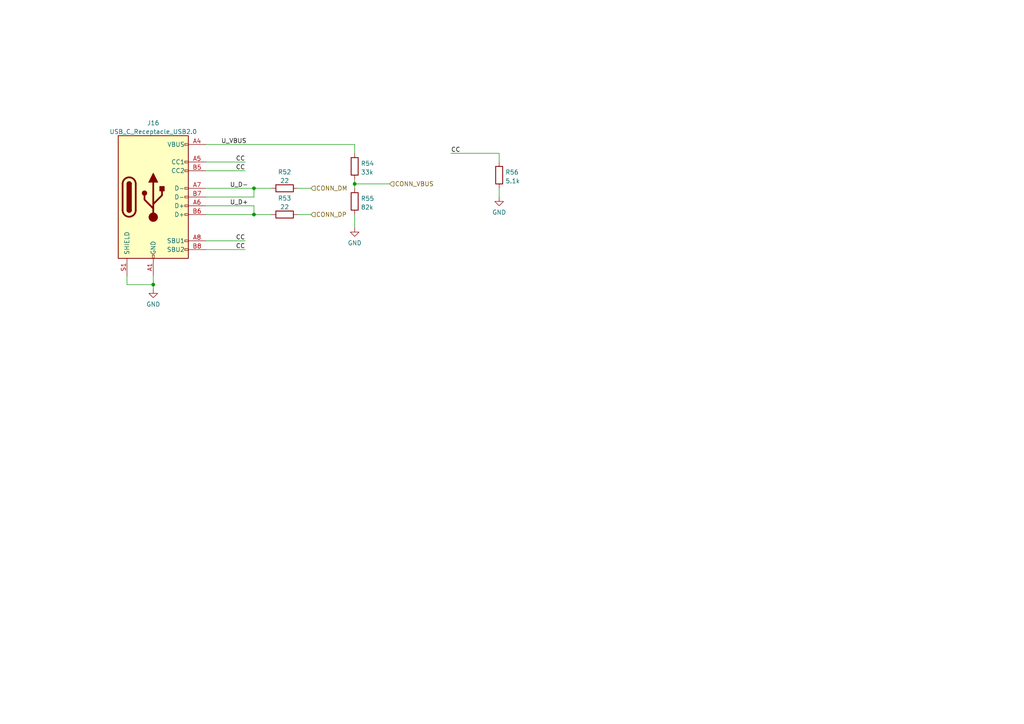
<source format=kicad_sch>
(kicad_sch (version 20211123) (generator eeschema)
  (paper "A4")
  (lib_symbols
    (symbol "Connector:USB_C_Receptacle_USB2.0" (pin_names (offset 1.016))
      (property "Reference" "J" (at -10.16 19.05 0))
      (property "Value" "USB_C_Receptacle_USB2.0" (at 19.05 19.05 0))
      (symbol "USB_C_Receptacle_USB2.0_0_0"
        (rectangle (start -0.254 -17.78) (end 0.254 -16.764))
        (rectangle (start 10.16 -14.986) (end 9.144 -15.494))
        (rectangle (start 10.16 -12.446) (end 9.144 -12.954))
        (rectangle (start 10.16 -4.826) (end 9.144 -5.334))
        (rectangle (start 10.16 -2.286) (end 9.144 -2.794))
        (rectangle (start 10.16 0.254) (end 9.144 -0.254))
        (rectangle (start 10.16 2.794) (end 9.144 2.286))
        (rectangle (start 10.16 7.874) (end 9.144 7.366))
        (rectangle (start 10.16 10.414) (end 9.144 9.906))
        (rectangle (start 10.16 15.494) (end 9.144 14.986))
      )
      (symbol "USB_C_Receptacle_USB2.0_0_1"
        (rectangle (start -10.16 17.78) (end 10.16 -17.78) (stroke (width 0.254)) (fill (type background)))
        (arc (start -8.89 -3.81) (mid -6.985 -5.715) (end -5.08 -3.81) (stroke (width 0.508)))
        (arc (start -7.62 -3.81) (mid -6.985 -4.445) (end -6.35 -3.81) (stroke (width 0.254)))
        (arc (start -7.62 -3.81) (mid -6.985 -4.445) (end -6.35 -3.81) (stroke (width 0.254)) (fill (type outline)))
        (rectangle (start -7.62 -3.81) (end -6.35 3.81) (stroke (width 0.254)) (fill (type outline)))
        (arc (start -6.35 3.81) (mid -6.985 4.445) (end -7.62 3.81) (stroke (width 0.254)))
        (arc (start -6.35 3.81) (mid -6.985 4.445) (end -7.62 3.81) (stroke (width 0.254)) (fill (type outline)))
        (arc (start -5.08 3.81) (mid -6.985 5.715) (end -8.89 3.81) (stroke (width 0.508)))
        (circle (center -2.54 1.143) (radius 0.635) (stroke (width 0.254)) (fill (type outline)))
        (circle (center 0 -5.842) (radius 1.27) (fill (type outline)))
        (polyline (pts (xy -8.89 -3.81) (xy -8.89 3.81)) (stroke (width 0.508)))
        (polyline (pts (xy -5.08 3.81) (xy -5.08 -3.81)) (stroke (width 0.508)))
        (polyline (pts (xy 0 -5.842) (xy 0 4.318)) (stroke (width 0.508)))
        (polyline (pts (xy 0 -3.302) (xy -2.54 -0.762) (xy -2.54 0.508)) (stroke (width 0.508)))
        (polyline (pts (xy 0 -2.032) (xy 2.54 0.508) (xy 2.54 1.778)) (stroke (width 0.508)))
        (polyline (pts (xy -1.27 4.318) (xy 0 6.858) (xy 1.27 4.318) (xy -1.27 4.318)) (stroke (width 0.254)) (fill (type outline)))
        (rectangle (start 1.905 1.778) (end 3.175 3.048) (stroke (width 0.254)) (fill (type outline)))
      )
      (symbol "USB_C_Receptacle_USB2.0_1_1"
        (pin passive line (at 0 -22.86 90) (length 5.08) (name "GND") (number "A1"))
        (pin passive line (at 0 -22.86 90) (length 5.08) hide (name "GND") (number "A12"))
        (pin passive line (at 15.24 15.24 180) (length 5.08) (name "VBUS") (number "A4"))
        (pin bidirectional line (at 15.24 10.16 180) (length 5.08) (name "CC1") (number "A5"))
        (pin bidirectional line (at 15.24 -2.54 180) (length 5.08) (name "D+") (number "A6"))
        (pin bidirectional line (at 15.24 2.54 180) (length 5.08) (name "D-") (number "A7"))
        (pin bidirectional line (at 15.24 -12.7 180) (length 5.08) (name "SBU1") (number "A8"))
        (pin passive line (at 15.24 15.24 180) (length 5.08) hide (name "VBUS") (number "A9"))
        (pin passive line (at 0 -22.86 90) (length 5.08) hide (name "GND") (number "B1"))
        (pin passive line (at 0 -22.86 90) (length 5.08) hide (name "GND") (number "B12"))
        (pin passive line (at 15.24 15.24 180) (length 5.08) hide (name "VBUS") (number "B4"))
        (pin bidirectional line (at 15.24 7.62 180) (length 5.08) (name "CC2") (number "B5"))
        (pin bidirectional line (at 15.24 -5.08 180) (length 5.08) (name "D+") (number "B6"))
        (pin bidirectional line (at 15.24 0 180) (length 5.08) (name "D-") (number "B7"))
        (pin bidirectional line (at 15.24 -15.24 180) (length 5.08) (name "SBU2") (number "B8"))
        (pin passive line (at 15.24 15.24 180) (length 5.08) hide (name "VBUS") (number "B9"))
        (pin passive line (at -7.62 -22.86 90) (length 5.08) (name "SHIELD") (number "S1"))
      )
    )
    (symbol "Device:R" (pin_numbers hide) (pin_names (offset 0))
      (property "Reference" "R" (at 2.032 0 90))
      (property "Value" "R" (at 0 0 90))
      (symbol "R_0_1"
        (rectangle (start -1.016 -2.54) (end 1.016 2.54) (stroke (width 0.254)))
      )
      (symbol "R_1_1"
        (pin passive line (at 0 3.81 270) (length 1.27) (name "~") (number "1"))
        (pin passive line (at 0 -3.81 90) (length 1.27) (name "~") (number "2"))
      )
    )
    (symbol "power:GND" (power) (pin_names (offset 0))
      (property "Value" "GND" (at 0 -3.81 0))
      (symbol "GND_0_1"
        (polyline (pts (xy 0 0) (xy 0 -1.27) (xy 1.27 -1.27) (xy 0 -2.54) (xy -1.27 -1.27) (xy 0 -1.27)))
      )
      (symbol "GND_1_1"
        (pin power_in line (at 0 0 270) (length 0) hide (name "GND") (number "1"))
      )
    )
  )
  (junction (at 73.66 62.23))
  (junction (at 44.45 82.55))
  (junction (at 73.66 54.61))
  (junction (at 102.87 53.34))
  (wire (pts (xy 102.87 53.34) (xy 113.03 53.34)))
  (wire (pts (xy 59.69 62.23) (xy 73.66 62.23)))
  (wire (pts (xy 59.69 46.99) (xy 71.12 46.99)))
  (wire (pts (xy 44.45 82.55) (xy 44.45 83.82)))
  (wire (pts (xy 86.36 62.23) (xy 90.17 62.23)))
  (wire (pts (xy 86.36 54.61) (xy 90.17 54.61)))
  (wire (pts (xy 102.87 62.23) (xy 102.87 66.04)))
  (wire (pts (xy 36.83 82.55) (xy 44.45 82.55)))
  (wire (pts (xy 73.66 57.15) (xy 73.66 54.61)))
  (wire (pts (xy 59.69 72.39) (xy 71.12 72.39)))
  (wire (pts (xy 102.87 52.07) (xy 102.87 53.34)))
  (wire (pts (xy 36.83 80.01) (xy 36.83 82.55)))
  (wire (pts (xy 102.87 41.91) (xy 102.87 44.45)))
  (wire (pts (xy 102.87 53.34) (xy 102.87 54.61)))
  (wire (pts (xy 59.69 54.61) (xy 73.66 54.61)))
  (wire (pts (xy 144.78 54.61) (xy 144.78 57.15)))
  (wire (pts (xy 59.69 59.69) (xy 73.66 59.69)))
  (wire (pts (xy 59.69 69.85) (xy 71.12 69.85)))
  (wire (pts (xy 73.66 59.69) (xy 73.66 62.23)))
  (wire (pts (xy 59.69 41.91) (xy 102.87 41.91)))
  (wire (pts (xy 59.69 49.53) (xy 71.12 49.53)))
  (wire (pts (xy 44.45 80.01) (xy 44.45 82.55)))
  (wire (pts (xy 130.81 44.45) (xy 144.78 44.45)))
  (wire (pts (xy 144.78 44.45) (xy 144.78 46.99)))
  (wire (pts (xy 73.66 54.61) (xy 78.74 54.61)))
  (wire (pts (xy 59.69 57.15) (xy 73.66 57.15)))
  (wire (pts (xy 73.66 62.23) (xy 78.74 62.23)))
  (label "U_VBUS" (at 64.135 41.91 0))
  (label "CC" (at 71.12 46.99 180))
  (label "U_D-" (at 66.675 54.61 0))
  (label "U_D+" (at 66.675 59.69 0))
  (label "CC" (at 130.81 44.45 0))
  (label "CC" (at 71.12 49.53 180))
  (label "CC" (at 71.12 72.39 180))
  (label "CC" (at 71.12 69.85 180))
  (hierarchical_label "CONN_DP" (shape input) (at 90.17 62.23 0))
  (hierarchical_label "CONN_DM" (shape input) (at 90.17 54.61 0))
  (hierarchical_label "CONN_VBUS" (shape input) (at 113.03 53.34 0))
  (symbol (lib_id "Connector:USB_C_Receptacle_USB2.0") (at 44.45 57.15 0) (unit 1)
    (property "Reference" "J16" (at 44.45 35.6702 0))
    (property "Value" "USB_C_Receptacle_USB2.0" (at 44.45 38.2071 0))
    (property "Datasheet" "https://www.usb.org/sites/default/files/documents/usb_type-c.zip" (effects hide))
  )
  (symbol (lib_id "power:GND") (at 44.45 83.82 0) (unit 1)
    (property "Reference" "#PWR067" (effects hide))
    (property "Value" "GND" (at 44.45 88.2634 0))
  )
  (symbol (lib_id "Device:R") (at 102.87 58.42 0) (unit 1)
    (property "Reference" "R55" (at 104.648 57.5853 0) (effects (justify left)))
    (property "Value" "82k" (at 104.648 60.1222 0) (effects (justify left)))
    (property "Footprint" "Resistor_SMD:R_0603_1608Metric" (effects hide))
    (property "JLCPCB" "C103831" (effects hide))
  )
  (symbol (lib_id "Device:R") (at 144.78 50.8 0) (unit 1)
    (property "Reference" "R56" (at 146.558 49.9653 0) (effects (justify left)))
    (property "Value" "5.1k" (at 146.558 52.5022 0) (effects (justify left)))
    (property "Footprint" "Resistor_SMD:R_0603_1608Metric" (effects hide))
    (property "JLCPCB" "C23186" (effects hide))
  )
  (symbol (lib_id "power:GND") (at 102.87 66.04 0) (unit 1)
    (property "Reference" "#PWR068" (effects hide))
    (property "Value" "GND" (at 102.87 70.4834 0))
  )
  (symbol (lib_id "Device:R") (at 102.87 48.26 0) (unit 1)
    (property "Reference" "R54" (at 104.648 47.4253 0) (effects (justify left)))
    (property "Value" "33k" (at 104.648 49.9622 0) (effects (justify left)))
    (property "Footprint" "Resistor_SMD:R_0603_1608Metric" (effects hide))
    (property "JLCPCB" "C138282" (effects hide))
  )
  (symbol (lib_id "power:GND") (at 144.78 57.15 0) (unit 1)
    (property "Reference" "#PWR069" (effects hide))
    (property "Value" "GND" (at 144.78 61.5934 0))
  )
  (symbol (lib_id "Device:R") (at 82.55 54.61 90) (unit 1)
    (property "Reference" "R52" (at 82.55 49.8942 90))
    (property "Value" "22" (at 82.55 52.4311 90))
    (property "Footprint" "Resistor_SMD:R_0603_1608Metric" (effects hide))
    (property "JLCPCB" " C96423" (effects hide))
  )
  (symbol (lib_id "Device:R") (at 82.55 62.23 90) (unit 1)
    (property "Reference" "R53" (at 82.55 57.5142 90))
    (property "Value" "22" (at 82.55 60.0511 90))
    (property "Footprint" "Resistor_SMD:R_0603_1608Metric" (effects hide))
    (property "JLCPCB" " C96423" (effects hide))
  )
)
</source>
